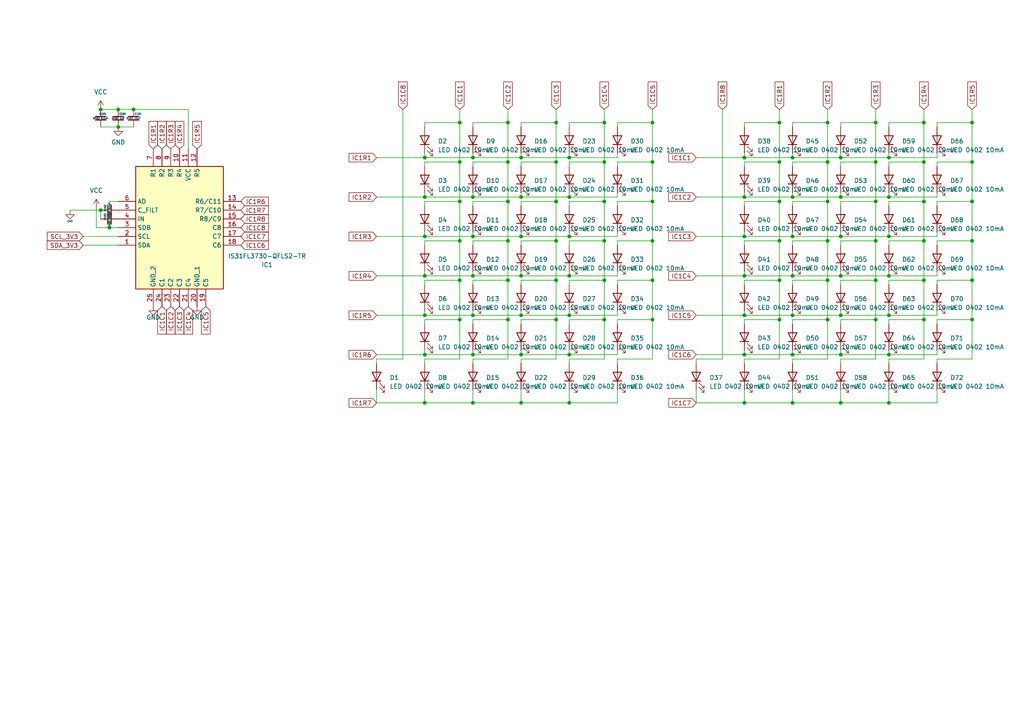
<source format=kicad_sch>
(kicad_sch (version 20231120) (generator "eeschema") (generator_version "8.0")
  (paper "A4")
  (junction (at 254 81.28))
  (junction (at 137.16 102.87))
  (junction (at 133.35 81.28))
  (junction (at 137.16 80.01))
  (junction (at 137.16 57.15))
  (junction (at 257.81 68.58))
  (junction (at 243.84 102.87))
  (junction (at 254 69.85))
  (junction (at 240.03 92.71))
  (junction (at 229.87 57.15))
  (junction (at 267.97 81.28))
  (junction (at 229.87 102.87))
  (junction (at 161.29 81.28))
  (junction (at 189.23 46.99))
  (junction (at 243.84 45.72))
  (junction (at 175.26 69.85))
  (junction (at 38.735 31.75))
  (junction (at 215.9 91.44))
  (junction (at 243.84 116.84))
  (junction (at 137.16 68.58))
  (junction (at 281.94 69.85))
  (junction (at 243.84 80.01))
  (junction (at 267.97 69.85))
  (junction (at 215.9 68.58))
  (junction (at 240.03 81.28))
  (junction (at 147.32 81.28))
  (junction (at 229.87 80.01))
  (junction (at 165.1 68.58))
  (junction (at 226.06 81.28))
  (junction (at 257.81 116.84))
  (junction (at 165.1 116.84))
  (junction (at 254 58.42))
  (junction (at 215.9 57.15))
  (junction (at 161.29 69.85))
  (junction (at 267.97 58.42))
  (junction (at 229.87 116.84))
  (junction (at 165.1 80.01))
  (junction (at 281.94 35.56))
  (junction (at 151.13 91.44))
  (junction (at 123.19 80.01))
  (junction (at 175.26 81.28))
  (junction (at 123.19 45.72))
  (junction (at 147.32 58.42))
  (junction (at 34.29 36.83))
  (junction (at 226.06 92.71))
  (junction (at 281.94 58.42))
  (junction (at 123.19 91.44))
  (junction (at 161.29 46.99))
  (junction (at 165.1 102.87))
  (junction (at 257.81 80.01))
  (junction (at 175.26 92.71))
  (junction (at 123.19 116.84))
  (junction (at 267.97 35.56))
  (junction (at 123.19 102.87))
  (junction (at 151.13 57.15))
  (junction (at 254 92.71))
  (junction (at 240.03 46.99))
  (junction (at 189.23 58.42))
  (junction (at 147.32 35.56))
  (junction (at 189.23 92.71))
  (junction (at 189.23 35.56))
  (junction (at 229.87 91.44))
  (junction (at 137.16 45.72))
  (junction (at 151.13 102.87))
  (junction (at 226.06 58.42))
  (junction (at 161.29 58.42))
  (junction (at 151.13 80.01))
  (junction (at 165.1 57.15))
  (junction (at 175.26 58.42))
  (junction (at 267.97 46.99))
  (junction (at 147.32 46.99))
  (junction (at 137.16 116.84))
  (junction (at 254 46.99))
  (junction (at 151.13 116.84))
  (junction (at 133.35 69.85))
  (junction (at 240.03 58.42))
  (junction (at 281.94 81.28))
  (junction (at 189.23 69.85))
  (junction (at 31.75 66.04))
  (junction (at 215.9 102.87))
  (junction (at 29.21 31.75))
  (junction (at 215.9 80.01))
  (junction (at 151.13 68.58))
  (junction (at 267.97 92.71))
  (junction (at 281.94 46.99))
  (junction (at 175.26 46.99))
  (junction (at 243.84 57.15))
  (junction (at 240.03 69.85))
  (junction (at 229.87 45.72))
  (junction (at 147.32 92.71))
  (junction (at 226.06 46.99))
  (junction (at 243.84 91.44))
  (junction (at 123.19 68.58))
  (junction (at 165.1 91.44))
  (junction (at 151.13 45.72))
  (junction (at 34.29 31.75))
  (junction (at 161.29 35.56))
  (junction (at 215.9 45.72))
  (junction (at 29.21 60.96))
  (junction (at 189.23 81.28))
  (junction (at 175.26 35.56))
  (junction (at 133.35 46.99))
  (junction (at 215.9 116.84))
  (junction (at 161.29 92.71))
  (junction (at 123.19 57.15))
  (junction (at 257.81 45.72))
  (junction (at 257.81 102.87))
  (junction (at 133.35 35.56))
  (junction (at 257.81 91.44))
  (junction (at 240.03 35.56))
  (junction (at 229.87 68.58))
  (junction (at 254 35.56))
  (junction (at 137.16 91.44))
  (junction (at 281.94 92.71))
  (junction (at 133.35 58.42))
  (junction (at 226.06 35.56))
  (junction (at 165.1 45.72))
  (junction (at 243.84 68.58))
  (junction (at 226.06 69.85))
  (junction (at 257.81 57.15))
  (junction (at 147.32 69.85))
  (junction (at 133.35 92.71))
  (wire (pts (xy 257.81 93.98) (xy 257.81 92.71)))
  (wire (pts (xy 215.9 35.56) (xy 226.06 35.56)))
  (wire (pts (xy 151.13 36.83) (xy 151.13 35.56)))
  (wire (pts (xy 123.19 55.88) (xy 123.19 57.15)))
  (wire (pts (xy 151.13 102.87) (xy 165.1 102.87)))
  (wire (pts (xy 215.9 68.58) (xy 229.87 68.58)))
  (wire (pts (xy 165.1 46.99) (xy 175.26 46.99)))
  (wire (pts (xy 271.78 58.42) (xy 281.94 58.42)))
  (wire (pts (xy 24.13 71.12) (xy 34.29 71.12)))
  (wire (pts (xy 123.19 46.99) (xy 133.35 46.99)))
  (wire (pts (xy 229.87 67.31) (xy 229.87 68.58)))
  (wire (pts (xy 151.13 101.6) (xy 151.13 102.87)))
  (wire (pts (xy 175.26 104.14) (xy 165.1 104.14)))
  (wire (pts (xy 123.19 82.55) (xy 123.19 81.28)))
  (wire (pts (xy 116.84 104.14) (xy 109.22 104.14)))
  (wire (pts (xy 229.87 69.85) (xy 240.03 69.85)))
  (wire (pts (xy 271.78 35.56) (xy 281.94 35.56)))
  (wire (pts (xy 229.87 101.6) (xy 229.87 102.87)))
  (wire (pts (xy 281.94 46.99) (xy 281.94 35.56)))
  (wire (pts (xy 271.78 91.44) (xy 271.78 90.17)))
  (wire (pts (xy 147.32 35.56) (xy 147.32 46.99)))
  (wire (pts (xy 240.03 58.42) (xy 240.03 69.85)))
  (wire (pts (xy 151.13 113.03) (xy 151.13 116.84)))
  (wire (pts (xy 175.26 31.75) (xy 175.26 35.56)))
  (wire (pts (xy 147.32 58.42) (xy 147.32 69.85)))
  (wire (pts (xy 271.78 104.14) (xy 271.78 105.41)))
  (wire (pts (xy 151.13 57.15) (xy 165.1 57.15)))
  (wire (pts (xy 240.03 35.56) (xy 240.03 46.99)))
  (wire (pts (xy 257.81 68.58) (xy 271.78 68.58)))
  (wire (pts (xy 267.97 35.56) (xy 267.97 46.99)))
  (wire (pts (xy 209.55 104.14) (xy 201.93 104.14)))
  (wire (pts (xy 165.1 104.14) (xy 165.1 105.41)))
  (wire (pts (xy 229.87 71.12) (xy 229.87 69.85)))
  (wire (pts (xy 201.93 102.87) (xy 215.9 102.87)))
  (wire (pts (xy 147.32 92.71) (xy 147.32 104.14)))
  (wire (pts (xy 161.29 81.28) (xy 161.29 92.71)))
  (wire (pts (xy 151.13 71.12) (xy 151.13 69.85)))
  (wire (pts (xy 165.1 90.17) (xy 165.1 91.44)))
  (wire (pts (xy 165.1 78.74) (xy 165.1 80.01)))
  (wire (pts (xy 215.9 82.55) (xy 215.9 81.28)))
  (wire (pts (xy 151.13 92.71) (xy 161.29 92.71)))
  (wire (pts (xy 109.22 68.58) (xy 123.19 68.58)))
  (wire (pts (xy 243.84 58.42) (xy 254 58.42)))
  (wire (pts (xy 137.16 58.42) (xy 147.32 58.42)))
  (wire (pts (xy 215.9 69.85) (xy 226.06 69.85)))
  (wire (pts (xy 257.81 57.15) (xy 271.78 57.15)))
  (wire (pts (xy 123.19 81.28) (xy 133.35 81.28)))
  (wire (pts (xy 271.78 48.26) (xy 271.78 46.99)))
  (wire (pts (xy 133.35 46.99) (xy 133.35 58.42)))
  (wire (pts (xy 123.19 57.15) (xy 137.16 57.15)))
  (wire (pts (xy 137.16 80.01) (xy 151.13 80.01)))
  (wire (pts (xy 271.78 102.87) (xy 271.78 101.6)))
  (wire (pts (xy 240.03 92.71) (xy 240.03 104.14)))
  (wire (pts (xy 54.61 43.18) (xy 54.61 31.75)))
  (wire (pts (xy 123.19 48.26) (xy 123.19 46.99)))
  (wire (pts (xy 257.81 36.83) (xy 257.81 35.56)))
  (wire (pts (xy 109.22 116.84) (xy 109.22 113.03)))
  (wire (pts (xy 161.29 31.75) (xy 161.29 35.56)))
  (wire (pts (xy 147.32 81.28) (xy 147.32 92.71)))
  (wire (pts (xy 109.22 80.01) (xy 123.19 80.01)))
  (wire (pts (xy 151.13 55.88) (xy 151.13 57.15)))
  (wire (pts (xy 27.94 66.04) (xy 31.75 66.04)))
  (wire (pts (xy 147.32 31.75) (xy 147.32 35.56)))
  (wire (pts (xy 165.1 57.15) (xy 179.07 57.15)))
  (wire (pts (xy 109.22 57.15) (xy 123.19 57.15)))
  (wire (pts (xy 179.07 71.12) (xy 179.07 69.85)))
  (wire (pts (xy 243.84 82.55) (xy 243.84 81.28)))
  (wire (pts (xy 123.19 104.14) (xy 123.19 105.41)))
  (wire (pts (xy 151.13 104.14) (xy 151.13 105.41)))
  (wire (pts (xy 267.97 104.14) (xy 257.81 104.14)))
  (wire (pts (xy 215.9 104.14) (xy 215.9 105.41)))
  (wire (pts (xy 179.07 69.85) (xy 189.23 69.85)))
  (wire (pts (xy 254 104.14) (xy 243.84 104.14)))
  (wire (pts (xy 175.26 35.56) (xy 175.26 46.99)))
  (wire (pts (xy 240.03 46.99) (xy 240.03 58.42)))
  (wire (pts (xy 123.19 44.45) (xy 123.19 45.72)))
  (wire (pts (xy 137.16 68.58) (xy 151.13 68.58)))
  (wire (pts (xy 175.26 81.28) (xy 175.26 92.71)))
  (wire (pts (xy 271.78 69.85) (xy 281.94 69.85)))
  (wire (pts (xy 281.94 58.42) (xy 281.94 46.99)))
  (wire (pts (xy 137.16 91.44) (xy 151.13 91.44)))
  (wire (pts (xy 281.94 104.14) (xy 281.94 92.71)))
  (wire (pts (xy 165.1 81.28) (xy 175.26 81.28)))
  (wire (pts (xy 229.87 48.26) (xy 229.87 46.99)))
  (wire (pts (xy 215.9 44.45) (xy 215.9 45.72)))
  (wire (pts (xy 133.35 69.85) (xy 133.35 81.28)))
  (wire (pts (xy 123.19 36.83) (xy 123.19 35.56)))
  (wire (pts (xy 257.81 48.26) (xy 257.81 46.99)))
  (wire (pts (xy 165.1 82.55) (xy 165.1 81.28)))
  (wire (pts (xy 189.23 46.99) (xy 189.23 35.56)))
  (wire (pts (xy 243.84 92.71) (xy 254 92.71)))
  (wire (pts (xy 257.81 44.45) (xy 257.81 45.72)))
  (wire (pts (xy 116.84 31.75) (xy 116.84 104.14)))
  (wire (pts (xy 179.07 80.01) (xy 179.07 78.74)))
  (wire (pts (xy 201.93 45.72) (xy 215.9 45.72)))
  (wire (pts (xy 281.94 92.71) (xy 281.94 81.28)))
  (wire (pts (xy 123.19 45.72) (xy 137.16 45.72)))
  (wire (pts (xy 243.84 113.03) (xy 243.84 116.84)))
  (wire (pts (xy 175.26 69.85) (xy 175.26 81.28)))
  (wire (pts (xy 281.94 35.56) (xy 281.94 31.75)))
  (wire (pts (xy 271.78 104.14) (xy 281.94 104.14)))
  (wire (pts (xy 243.84 57.15) (xy 257.81 57.15)))
  (wire (pts (xy 179.07 102.87) (xy 179.07 101.6)))
  (wire (pts (xy 215.9 67.31) (xy 215.9 68.58)))
  (wire (pts (xy 229.87 93.98) (xy 229.87 92.71)))
  (wire (pts (xy 123.19 92.71) (xy 133.35 92.71)))
  (wire (pts (xy 137.16 78.74) (xy 137.16 80.01)))
  (wire (pts (xy 137.16 44.45) (xy 137.16 45.72)))
  (wire (pts (xy 243.84 80.01) (xy 257.81 80.01)))
  (wire (pts (xy 257.81 116.84) (xy 271.78 116.84)))
  (wire (pts (xy 179.07 35.56) (xy 189.23 35.56)))
  (wire (pts (xy 257.81 46.99) (xy 267.97 46.99)))
  (wire (pts (xy 151.13 91.44) (xy 165.1 91.44)))
  (wire (pts (xy 179.07 48.26) (xy 179.07 46.99)))
  (wire (pts (xy 215.9 57.15) (xy 229.87 57.15)))
  (wire (pts (xy 109.22 91.44) (xy 123.19 91.44)))
  (wire (pts (xy 254 81.28) (xy 254 92.71)))
  (wire (pts (xy 123.19 116.84) (xy 137.16 116.84)))
  (wire (pts (xy 165.1 48.26) (xy 165.1 46.99)))
  (wire (pts (xy 229.87 78.74) (xy 229.87 80.01)))
  (wire (pts (xy 243.84 68.58) (xy 257.81 68.58)))
  (wire (pts (xy 257.81 90.17) (xy 257.81 91.44)))
  (wire (pts (xy 215.9 59.69) (xy 215.9 58.42)))
  (wire (pts (xy 201.93 80.01) (xy 215.9 80.01)))
  (wire (pts (xy 243.84 45.72) (xy 257.81 45.72)))
  (wire (pts (xy 137.16 45.72) (xy 151.13 45.72)))
  (wire (pts (xy 179.07 45.72) (xy 179.07 44.45)))
  (wire (pts (xy 137.16 46.99) (xy 147.32 46.99)))
  (wire (pts (xy 179.07 57.15) (xy 179.07 55.88)))
  (wire (pts (xy 243.84 81.28) (xy 254 81.28)))
  (wire (pts (xy 226.06 104.14) (xy 215.9 104.14)))
  (wire (pts (xy 226.06 46.99) (xy 226.06 58.42)))
  (wire (pts (xy 29.21 60.96) (xy 20.32 60.96)))
  (wire (pts (xy 229.87 90.17) (xy 229.87 91.44)))
  (wire (pts (xy 133.35 58.42) (xy 133.35 69.85)))
  (wire (pts (xy 271.78 80.01) (xy 271.78 78.74)))
  (wire (pts (xy 151.13 80.01) (xy 165.1 80.01)))
  (wire (pts (xy 151.13 48.26) (xy 151.13 46.99)))
  (wire (pts (xy 151.13 67.31) (xy 151.13 68.58)))
  (wire (pts (xy 215.9 91.44) (xy 229.87 91.44)))
  (wire (pts (xy 201.93 68.58) (xy 215.9 68.58)))
  (wire (pts (xy 175.26 46.99) (xy 175.26 58.42)))
  (wire (pts (xy 257.81 58.42) (xy 267.97 58.42)))
  (wire (pts (xy 257.81 69.85) (xy 267.97 69.85)))
  (wire (pts (xy 281.94 81.28) (xy 281.94 69.85)))
  (wire (pts (xy 109.22 102.87) (xy 123.19 102.87)))
  (wire (pts (xy 267.97 58.42) (xy 267.97 69.85)))
  (wire (pts (xy 123.19 91.44) (xy 137.16 91.44)))
  (wire (pts (xy 165.1 67.31) (xy 165.1 68.58)))
  (wire (pts (xy 254 31.75) (xy 254 35.56)))
  (wire (pts (xy 38.735 36.83) (xy 34.29 36.83)))
  (wire (pts (xy 229.87 104.14) (xy 229.87 105.41)))
  (wire (pts (xy 165.1 116.84) (xy 179.07 116.84)))
  (wire (pts (xy 243.84 93.98) (xy 243.84 92.71)))
  (wire (pts (xy 137.16 81.28) (xy 147.32 81.28)))
  (wire (pts (xy 226.06 81.28) (xy 226.06 92.71)))
  (wire (pts (xy 243.84 101.6) (xy 243.84 102.87)))
  (wire (pts (xy 179.07 46.99) (xy 189.23 46.99)))
  (wire (pts (xy 165.1 101.6) (xy 165.1 102.87)))
  (wire (pts (xy 267.97 69.85) (xy 267.97 81.28)))
  (wire (pts (xy 243.84 36.83) (xy 243.84 35.56)))
  (wire (pts (xy 165.1 36.83) (xy 165.1 35.56)))
  (wire (pts (xy 257.81 78.74) (xy 257.81 80.01)))
  (wire (pts (xy 201.93 116.84) (xy 201.93 113.03)))
  (wire (pts (xy 229.87 36.83) (xy 229.87 35.56)))
  (wire (pts (xy 123.19 67.31) (xy 123.19 68.58)))
  (wire (pts (xy 161.29 92.71) (xy 161.29 104.14)))
  (wire (pts (xy 267.97 46.99) (xy 267.97 58.42)))
  (wire (pts (xy 165.1 92.71) (xy 175.26 92.71)))
  (wire (pts (xy 267.97 31.75) (xy 267.97 35.56)))
  (wire (pts (xy 123.19 78.74) (xy 123.19 80.01)))
  (wire (pts (xy 209.55 31.75) (xy 209.55 104.14)))
  (wire (pts (xy 123.19 58.42) (xy 133.35 58.42)))
  (wire (pts (xy 151.13 81.28) (xy 161.29 81.28)))
  (wire (pts (xy 165.1 93.98) (xy 165.1 92.71)))
  (wire (pts (xy 161.29 104.14) (xy 151.13 104.14)))
  (wire (pts (xy 257.81 82.55) (xy 257.81 81.28)))
  (wire (pts (xy 267.97 81.28) (xy 267.97 92.71)))
  (wire (pts (xy 151.13 82.55) (xy 151.13 81.28)))
  (wire (pts (xy 257.81 80.01) (xy 271.78 80.01)))
  (wire (pts (xy 109.22 104.14) (xy 109.22 105.41)))
  (wire (pts (xy 271.78 71.12) (xy 271.78 69.85)))
  (wire (pts (xy 123.19 59.69) (xy 123.19 58.42)))
  (wire (pts (xy 161.29 69.85) (xy 161.29 81.28)))
  (wire (pts (xy 137.16 116.84) (xy 151.13 116.84)))
  (wire (pts (xy 123.19 69.85) (xy 133.35 69.85)))
  (wire (pts (xy 137.16 36.83) (xy 137.16 35.56)))
  (wire (pts (xy 165.1 91.44) (xy 179.07 91.44)))
  (wire (pts (xy 243.84 91.44) (xy 257.81 91.44)))
  (wire (pts (xy 243.84 90.17) (xy 243.84 91.44)))
  (wire (pts (xy 123.19 90.17) (xy 123.19 91.44)))
  (wire (pts (xy 123.19 93.98) (xy 123.19 92.71)))
  (wire (pts (xy 165.1 45.72) (xy 179.07 45.72)))
  (wire (pts (xy 240.03 69.85) (xy 240.03 81.28)))
  (wire (pts (xy 271.78 113.03) (xy 271.78 116.84)))
  (wire (pts (xy 137.16 55.88) (xy 137.16 57.15)))
  (wire (pts (xy 29.21 60.96) (xy 29.21 63.5)))
  (wire (pts (xy 254 35.56) (xy 254 46.99)))
  (wire (pts (xy 215.9 101.6) (xy 215.9 102.87)))
  (wire (pts (xy 240.03 81.28) (xy 240.03 92.71)))
  (wire (pts (xy 165.1 102.87) (xy 179.07 102.87)))
  (wire (pts (xy 271.78 46.99) (xy 281.94 46.99)))
  (wire (pts (xy 243.84 102.87) (xy 257.81 102.87)))
  (wire (pts (xy 243.84 35.56) (xy 254 35.56)))
  (wire (pts (xy 229.87 81.28) (xy 240.03 81.28)))
  (wire (pts (xy 229.87 91.44) (xy 243.84 91.44)))
  (wire (pts (xy 165.1 113.03) (xy 165.1 116.84)))
  (wire (pts (xy 243.84 59.69) (xy 243.84 58.42)))
  (wire (pts (xy 215.9 80.01) (xy 229.87 80.01)))
  (wire (pts (xy 243.84 55.88) (xy 243.84 57.15)))
  (wire (pts (xy 267.97 92.71) (xy 267.97 104.14)))
  (wire (pts (xy 240.03 104.14) (xy 229.87 104.14)))
  (wire (pts (xy 179.07 92.71) (xy 189.23 92.71)))
  (wire (pts (xy 29.21 31.75) (xy 34.29 31.75)))
  (wire (pts (xy 243.84 69.85) (xy 254 69.85)))
  (wire (pts (xy 215.9 92.71) (xy 226.06 92.71)))
  (wire (pts (xy 243.84 78.74) (xy 243.84 80.01)))
  (wire (pts (xy 133.35 104.14) (xy 123.19 104.14)))
  (wire (pts (xy 179.07 93.98) (xy 179.07 92.71)))
  (wire (pts (xy 243.84 46.99) (xy 254 46.99)))
  (wire (pts (xy 271.78 82.55) (xy 271.78 81.28)))
  (wire (pts (xy 271.78 45.72) (xy 271.78 44.45)))
  (wire (pts (xy 257.81 67.31) (xy 257.81 68.58)))
  (wire (pts (xy 271.78 92.71) (xy 281.94 92.71)))
  (wire (pts (xy 175.26 92.71) (xy 175.26 104.14)))
  (wire (pts (xy 27.94 60.325) (xy 27.94 66.04)))
  (wire (pts (xy 151.13 44.45) (xy 151.13 45.72)))
  (wire (pts (xy 281.94 69.85) (xy 281.94 58.42)))
  (wire (pts (xy 151.13 46.99) (xy 161.29 46.99)))
  (wire (pts (xy 257.81 113.03) (xy 257.81 116.84)))
  (wire (pts (xy 109.22 116.84) (xy 123.19 116.84)))
  (wire (pts (xy 137.16 69.85) (xy 147.32 69.85)))
  (wire (pts (xy 243.84 104.14) (xy 243.84 105.41)))
  (wire (pts (xy 165.1 58.42) (xy 175.26 58.42)))
  (wire (pts (xy 137.16 90.17) (xy 137.16 91.44)))
  (wire (pts (xy 189.23 69.85) (xy 189.23 58.42)))
  (wire (pts (xy 229.87 113.03) (xy 229.87 116.84)))
  (wire (pts (xy 189.23 81.28) (xy 189.23 69.85)))
  (wire (pts (xy 215.9 45.72) (xy 229.87 45.72)))
  (wire (pts (xy 229.87 116.84) (xy 243.84 116.84)))
  (wire (pts (xy 201.93 91.44) (xy 215.9 91.44)))
  (wire (pts (xy 254 69.85) (xy 254 81.28)))
  (wire (pts (xy 165.1 44.45) (xy 165.1 45.72)))
  (wire (pts (xy 161.29 35.56) (xy 161.29 46.99)))
  (wire (pts (xy 137.16 57.15) (xy 151.13 57.15)))
  (wire (pts (xy 189.23 92.71) (xy 189.23 81.28)))
  (wire (pts (xy 229.87 92.71) (xy 240.03 92.71)))
  (wire (pts (xy 179.07 36.83) (xy 179.07 35.56)))
  (wire (pts (xy 147.32 69.85) (xy 147.32 81.28)))
  (wire (pts (xy 151.13 93.98) (xy 151.13 92.71)))
  (wire (pts (xy 215.9 46.99) (xy 226.06 46.99)))
  (wire (pts (xy 151.13 68.58) (xy 165.1 68.58)))
  (wire (pts (xy 215.9 116.84) (xy 229.87 116.84)))
  (wire (pts (xy 34.29 36.83) (xy 29.21 36.83)))
  (wire (pts (xy 257.81 59.69) (xy 257.81 58.42)))
  (wire (pts (xy 243.84 116.84) (xy 257.81 116.84)))
  (wire (pts (xy 189.23 35.56) (xy 189.23 31.75)))
  (wire (pts (xy 226.06 92.71) (xy 226.06 104.14)))
  (wire (pts (xy 31.75 66.04) (xy 34.29 66.04)))
  (wire (pts (xy 201.93 116.84) (xy 215.9 116.84)))
  (wire (pts (xy 257.81 102.87) (xy 271.78 102.87)))
  (wire (pts (xy 151.13 69.85) (xy 161.29 69.85)))
  (wire (pts (xy 165.1 69.85) (xy 175.26 69.85)))
  (wire (pts (xy 137.16 71.12) (xy 137.16 69.85)))
  (wire (pts (xy 137.16 48.26) (xy 137.16 46.99)))
  (wire (pts (xy 123.19 71.12) (xy 123.19 69.85)))
  (wire (pts (xy 271.78 59.69) (xy 271.78 58.42)))
  (wire (pts (xy 133.35 81.28) (xy 133.35 92.71)))
  (wire (pts (xy 133.35 31.75) (xy 133.35 35.56)))
  (wire (pts (xy 137.16 35.56) (xy 147.32 35.56)))
  (wire (pts (xy 215.9 58.42) (xy 226.06 58.42)))
  (wire (pts (xy 24.13 68.58) (xy 34.29 68.58)))
  (wire (pts (xy 243.84 48.26) (xy 243.84 46.99)))
  (wire (pts (xy 243.84 44.45) (xy 243.84 45.72)))
  (wire (pts (xy 215.9 113.03) (xy 215.9 116.84)))
  (wire (pts (xy 257.81 101.6) (xy 257.81 102.87)))
  (wire (pts (xy 179.07 113.03) (xy 179.07 116.84)))
  (wire (pts (xy 151.13 35.56) (xy 161.29 35.56)))
  (wire (pts (xy 151.13 59.69) (xy 151.13 58.42)))
  (wire (pts (xy 257.81 35.56) (xy 267.97 35.56)))
  (wire (pts (xy 229.87 102.87) (xy 243.84 102.87)))
  (wire (pts (xy 215.9 93.98) (xy 215.9 92.71)))
  (wire (pts (xy 151.13 116.84) (xy 165.1 116.84)))
  (wire (pts (xy 257.81 55.88) (xy 257.81 57.15)))
  (wire (pts (xy 137.16 113.03) (xy 137.16 116.84)))
  (wire (pts (xy 215.9 78.74) (xy 215.9 80.01)))
  (wire (pts (xy 229.87 80.01) (xy 243.84 80.01)))
  (wire (pts (xy 151.13 45.72) (xy 165.1 45.72)))
  (wire (pts (xy 161.29 58.42) (xy 161.29 69.85)))
  (wire (pts (xy 226.06 69.85) (xy 226.06 81.28)))
  (wire (pts (xy 179.07 68.58) (xy 179.07 67.31)))
  (wire (pts (xy 123.19 68.58) (xy 137.16 68.58)))
  (wire (pts (xy 226.06 35.56) (xy 226.06 46.99)))
  (wire (pts (xy 271.78 93.98) (xy 271.78 92.71)))
  (wire (pts (xy 147.32 46.99) (xy 147.32 58.42)))
  (wire (pts (xy 189.23 58.42) (xy 189.23 46.99)))
  (wire (pts (xy 137.16 102.87) (xy 151.13 102.87)))
  (wire (pts (xy 229.87 46.99) (xy 240.03 46.99)))
  (wire (pts (xy 240.03 31.75) (xy 240.03 35.56)))
  (wire (pts (xy 257.81 104.14) (xy 257.81 105.41)))
  (wire (pts (xy 109.22 45.72) (xy 123.19 45.72)))
  (wire (pts (xy 123.19 101.6) (xy 123.19 102.87)))
  (wire (pts (xy 179.07 58.42) (xy 189.23 58.42)))
  (wire (pts (xy 215.9 36.83) (xy 215.9 35.56)))
  (wire (pts (xy 175.26 58.42) (xy 175.26 69.85)))
  (wire (pts (xy 151.13 58.42) (xy 161.29 58.42)))
  (wire (pts (xy 133.35 35.56) (xy 133.35 46.99)))
  (wire (pts (xy 151.13 78.74) (xy 151.13 80.01)))
  (wire (pts (xy 179.07 59.69) (xy 179.07 58.42)))
  (wire (pts (xy 229.87 58.42) (xy 240.03 58.42)))
  (wire (pts (xy 257.81 92.71) (xy 267.97 92.71)))
  (wire (pts (xy 179.07 82.55) (xy 179.07 81.28)))
  (wire (pts (xy 123.19 35.56) (xy 133.35 35.56)))
  (wire (pts (xy 123.19 113.03) (xy 123.19 116.84)))
  (wire (pts (xy 215.9 48.26) (xy 215.9 46.99)))
  (wire (pts (xy 201.93 57.15) (xy 215.9 57.15)))
  (wire (pts (xy 257.81 45.72) (xy 271.78 45.72)))
  (wire (pts (xy 229.87 57.15) (xy 243.84 57.15)))
  (wire (pts (xy 179.07 81.28) (xy 189.23 81.28)))
  (wire (pts (xy 165.1 55.88) (xy 165.1 57.15)))
  (wire (pts (xy 229.87 55.88) (xy 229.87 57.15)))
  (wire (pts (xy 229.87 59.69) (xy 229.87 58.42)))
  (wire (pts (xy 257.81 81.28) (xy 267.97 81.28)))
  (wire (pts (xy 243.84 71.12) (xy 243.84 69.85)))
  (wire (pts (xy 215.9 71.12) (xy 215.9 69.85)))
  (wire (pts (xy 179.07 91.44) (xy 179.07 90.17)))
  (wire (pts (xy 271.78 68.58) (xy 271.78 67.31)))
  (wire (pts (xy 165.1 71.12) (xy 165.1 69.85)))
  (wire (pts (xy 189.23 104.14) (xy 189.23 92.71)))
  (wire (pts (xy 123.19 80.01) (xy 137.16 80.01)))
  (wire (pts (xy 226.06 31.75) (xy 226.06 35.56)))
  (wire (pts (xy 229.87 45.72) (xy 243.84 45.72)))
  (wire (pts (xy 215.9 90.17) (xy 215.9 91.44)))
  (wire (pts (xy 215.9 55.88) (xy 215.9 57.15)))
  (wire (pts (xy 271.78 81.28) (xy 281.94 81.28)))
  (wire (pts (xy 243.84 67.31) (xy 243.84 68.58)))
  (wire (pts (xy 137.16 92.71) (xy 147.32 92.71)))
  (wire (pts (xy 215.9 102.87) (xy 229.87 102.87)))
  (wire (pts (xy 34.29 58.42) (xy 31.75 58.42)))
  (wire (pts (xy 271.78 57.15) (xy 271.78 55.88)))
  (wire (pts (xy 31.75 58.42) (xy 31.75 66.04)))
  (wire (pts (xy 38.735 31.75) (xy 34.29 31.75)))
  (wire (pts (xy 226.06 58.42) (xy 226.06 69.85)))
  (wire (pts (xy 254 92.71) (xy 254 104.14)))
  (wire (pts (xy 179.07 104.14) (xy 189.23 104.14)))
  (wire (pts (xy 229.87 68.58) (xy 243.84 68.58)))
  (wire (pts (xy 151.13 90.17) (xy 151.13 91.44)))
  (wire (pts (xy 137.16 67.31) (xy 137.16 68.58)))
  (wire (pts (xy 257.81 91.44) (xy 271.78 91.44)))
  (wire (pts (xy 254 58.42) (xy 254 69.85)))
  (wire (pts (xy 137.16 104.14) (xy 137.16 105.41)))
  (wire (pts (xy 271.78 36.83) (xy 271.78 35.56)))
  (wire (pts (xy 229.87 44.45) (xy 229.87 45.72)))
  (wire (pts (xy 215.9 81.28) (xy 226.06 81.28)))
  (wire (pts (xy 229.87 35.56) (xy 240.03 35.56)))
  (wire (pts (xy 147.32 104.14) (xy 137.16 104.14)))
  (wire (pts (xy 38.735 31.75) (xy 54.61 31.75)))
  (wire (pts (xy 137.16 101.6) (xy 137.16 102.87)))
  (wire (pts (xy 165.1 80.01) (xy 179.07 80.01)))
  (wire (pts (xy 229.87 82.55) (xy 229.87 81.28)))
  (wire (pts (xy 137.16 59.69) (xy 137.16 58.42)))
  (wire (pts (xy 165.1 68.58) (xy 179.07 68.58)))
  (wire (pts (xy 137.16 93.98) (xy 137.16 92.71)))
  (wire (pts (xy 254 46.99) (xy 254 58.42)))
  (wire (pts (xy 161.29 46.99) (xy 161.29 58.42)))
  (wire (pts (xy 165.1 35.56) (xy 175.26 35.56)))
  (wire (pts (xy 137.16 82.55) (xy 137.16 81.28)))
  (wire (pts (xy 257.81 71.12) (xy 257.81 69.85)))
  (wire (pts (xy 165.1 59.69) (xy 165.1 58.42)))
  (wire (pts (xy 123.19 102.87) (xy 137.16 102.87)))
  (wire (pts (xy 201.93 104.14) (xy 201.93 105.41)))
  (wire (pts (xy 133.35 92.71) (xy 133.35 104.14)))
  (wire (pts (xy 179.07 104.14) (xy 179.07 105.41)))
  (global_label "IC1R6" (shape input) (at 109.22 102.87 180) (property "Intersheetrefs" "${INTERSHEET_REFS}" (effects (hide yes))))
  (global_label "IC1C3" (shape input) (at 161.29 31.75 90) (property "Intersheetrefs" "${INTERSHEET_REFS}" (effects (hide yes))))
  (global_label "IC1R3" (shape input) (at 254 31.75 90) (property "Intersheetrefs" "${INTERSHEET_REFS}" (effects (hide yes))))
  (global_label "IC1C8" (shape input) (at 116.84 31.75 90) (property "Intersheetrefs" "${INTERSHEET_REFS}" (effects (hide yes))))
  (global_label "IC1C6" (shape input) (at 69.85 71.12 0) (property "Intersheetrefs" "${INTERSHEET_REFS}" (effects (hide yes))))
  (global_label "IC1C4" (shape input) (at 175.26 31.75 90) (property "Intersheetrefs" "${INTERSHEET_REFS}" (effects (hide yes))))
  (global_label "IC1R3" (shape input) (at 109.22 68.58 180) (property "Intersheetrefs" "${INTERSHEET_REFS}" (effects (hide yes))))
  (global_label "IC1C7" (shape input) (at 201.93 116.84 180) (property "Intersheetrefs" "${INTERSHEET_REFS}" (effects (hide yes))))
  (global_label "IC1C5" (shape input) (at 201.93 91.44 180) (property "Intersheetrefs" "${INTERSHEET_REFS}" (effects (hide yes))))
  (global_label "IC1C3" (shape input) (at 201.93 68.58 180) (property "Intersheetrefs" "${INTERSHEET_REFS}" (effects (hide yes))))
  (global_label "IC1R4" (shape input) (at 267.97 31.75 90) (property "Intersheetrefs" "${INTERSHEET_REFS}" (effects (hide yes))))
  (global_label "IC1R5" (shape input) (at 109.22 91.44 180) (property "Intersheetrefs" "${INTERSHEET_REFS}" (effects (hide yes))))
  (global_label "SCL_3V3" (shape input) (at 24.13 68.58 180) (property "Intersheetrefs" "${INTERSHEET_REFS}" (effects (hide yes))))
  (global_label "IC1R1" (shape input) (at 109.22 45.72 180) (property "Intersheetrefs" "${INTERSHEET_REFS}" (effects (hide yes))))
  (global_label "IC1C2" (shape input) (at 201.93 57.15 180) (property "Intersheetrefs" "${INTERSHEET_REFS}" (effects (hide yes))))
  (global_label "IC1R1" (shape input) (at 44.45 43.18 90) (property "Intersheetrefs" "${INTERSHEET_REFS}" (effects (hide yes))))
  (global_label "IC1C5" (shape input) (at 189.23 31.75 90) (property "Intersheetrefs" "${INTERSHEET_REFS}" (effects (hide yes))))
  (global_label "IC1C1" (shape input) (at 46.99 88.9 270) (property "Intersheetrefs" "${INTERSHEET_REFS}" (effects (hide yes))))
  (global_label "IC1C5" (shape input) (at 59.69 88.9 270) (property "Intersheetrefs" "${INTERSHEET_REFS}" (effects (hide yes))))
  (global_label "IC1R5" (shape input) (at 281.94 31.75 90) (property "Intersheetrefs" "${INTERSHEET_REFS}" (effects (hide yes))))
  (global_label "IC1R7" (shape input) (at 69.85 60.96 0) (property "Intersheetrefs" "${INTERSHEET_REFS}" (effects (hide yes))))
  (global_label "IC1R8" (shape input) (at 69.85 63.5 0) (property "Intersheetrefs" "${INTERSHEET_REFS}" (effects (hide yes))))
  (global_label "IC1R6" (shape input) (at 69.85 58.42 0) (property "Intersheetrefs" "${INTERSHEET_REFS}" (effects (hide yes))))
  (global_label "IC1R4" (shape input) (at 52.07 43.18 90) (property "Intersheetrefs" "${INTERSHEET_REFS}" (effects (hide yes))))
  (global_label "SDA_3V3" (shape input) (at 24.13 71.12 180) (property "Intersheetrefs" "${INTERSHEET_REFS}" (effects (hide yes))))
  (global_label "IC1R8" (shape input) (at 209.55 31.75 90) (property "Intersheetrefs" "${INTERSHEET_REFS}" (effects (hide yes))))
  (global_label "IC1C6" (shape input) (at 201.93 102.87 180) (property "Intersheetrefs" "${INTERSHEET_REFS}" (effects (hide yes))))
  (global_label "IC1C3" (shape input) (at 52.07 88.9 270) (property "Intersheetrefs" "${INTERSHEET_REFS}" (effects (hide yes))))
  (global_label "IC1C2" (shape input) (at 147.32 31.75 90) (property "Intersheetrefs" "${INTERSHEET_REFS}" (effects (hide yes))))
  (global_label "IC1R2" (shape input) (at 109.22 57.15 180) (property "Intersheetrefs" "${INTERSHEET_REFS}" (effects (hide yes))))
  (global_label "IC1C7" (shape input) (at 69.85 68.58 0) (property "Intersheetrefs" "${INTERSHEET_REFS}" (effects (hide yes))))
  (global_label "IC1C8" (shape input) (at 69.85 66.04 0) (property "Intersheetrefs" "${INTERSHEET_REFS}" (effects (hide yes))))
  (global_label "IC1C4" (shape input) (at 54.61 88.9 270) (property "Intersheetrefs" "${INTERSHEET_REFS}" (effects (hide yes))))
  (global_label "IC1C1" (shape input) (at 133.35 31.75 90) (property "Intersheetrefs" "${INTERSHEET_REFS}" (effects (hide yes))))
  (global_label "IC1R1" (shape input) (at 226.06 31.75 90) (property "Intersheetrefs" "${INTERSHEET_REFS}" (effects (hide yes))))
  (global_label "IC1R4" (shape input) (at 109.22 80.01 180) (property "Intersheetrefs" "${INTERSHEET_REFS}" (effects (hide yes))))
  (global_label "IC1R3" (shape input) (at 49.53 43.18 90) (property "Intersheetrefs" "${INTERSHEET_REFS}" (effects (hide yes))))
  (global_label "IC1C1" (shape input) (at 201.93 45.72 180) (property "Intersheetrefs" "${INTERSHEET_REFS}" (effects (hide yes))))
  (global_label "IC1R2" (shape input) (at 46.99 43.18 90) (property "Intersheetrefs" "${INTERSHEET_REFS}" (effects (hide yes))))
  (global_label "IC1R2" (shape input) (at 240.03 31.75 90) (property "Intersheetrefs" "${INTERSHEET_REFS}" (effects (hide yes))))
  (global_label "IC1C2" (shape input) (at 49.53 88.9 270) (property "Intersheetrefs" "${INTERSHEET_REFS}" (effects (hide yes))))
  (global_label "IC1R7" (shape input) (at 109.22 116.84 180) (property "Intersheetrefs" "${INTERSHEET_REFS}" (effects (hide yes))))
  (global_label "IC1R5" (shape input) (at 57.15 43.18 90) (property "Intersheetrefs" "${INTERSHEET_REFS}" (effects (hide yes))))
  (global_label "IC1C4" (shape input) (at 201.93 80.01 180) (property "Intersheetrefs" "${INTERSHEET_REFS}" (effects (hide yes))))
  (symbol (lib_id "Device:LED") (at 137.16 109.22 90) (unit 1)
    (property "Reference" "D15" (at 140.97 109.5375 90) (effects (justify right)))
    (property "Value" "LED 0402 10mA" (at 140.97 112.0775 90) (effects (justify right)))
    (property "Footprint" "LED_SMD:LED_0402_1005Metric" (effects (hide yes)))
  )
  (symbol (lib_id "Device:LED") (at 179.07 74.93 90) (unit 1)
    (property "Reference" "D33" (at 182.88 75.2475 90) (effects (justify right)))
    (property "Value" "LED 0402 10mA" (at 182.88 77.7875 90) (effects (justify right)))
    (property "Footprint" "LED_SMD:LED_0402_1005Metric" (effects (hide yes)))
  )
  (symbol (lib_id "Device:LED") (at 243.84 74.93 90) (unit 1)
    (property "Reference" "D55" (at 247.65 75.2475 90) (effects (justify right)))
    (property "Value" "LED 0402 10mA" (at 247.65 77.7875 90) (effects (justify right)))
    (property "Footprint" "LED_SMD:LED_0402_1005Metric" (effects (hide yes)))
  )
  (symbol (lib_id "power:GND") (at 57.15 88.9 0) (mirror y) (unit 1)
    (property "Reference" "#PWR09" (effects (hide yes)))
    (property "Value" "GND" (at 57.15 92.075 0))
  )
  (symbol (lib_id "Device:LED") (at 165.1 63.5 90) (unit 1)
    (property "Reference" "D25" (at 168.91 63.8175 90) (effects (justify right)))
    (property "Value" "LED 0402 10mA" (at 168.91 66.3575 90) (effects (justify right)))
    (property "Footprint" "LED_SMD:LED_0402_1005Metric" (effects (hide yes)))
  )
  (symbol (lib_id "Device:LED") (at 151.13 97.79 90) (unit 1)
    (property "Reference" "D21" (at 154.94 98.1075 90) (effects (justify right)))
    (property "Value" "LED 0402 10mA" (at 154.94 100.6475 90) (effects (justify right)))
    (property "Footprint" "LED_SMD:LED_0402_1005Metric" (effects (hide yes)))
  )
  (symbol (lib_id "Device:LED") (at 243.84 109.22 90) (unit 1)
    (property "Reference" "D58" (at 247.65 109.5375 90) (effects (justify right)))
    (property "Value" "LED 0402 10mA" (at 247.65 112.0775 90) (effects (justify right)))
    (property "Footprint" "LED_SMD:LED_0402_1005Metric" (effects (hide yes)))
  )
  (symbol (lib_id "Device:LED") (at 165.1 86.36 90) (unit 1)
    (property "Reference" "D27" (at 168.91 86.6775 90) (effects (justify right)))
    (property "Value" "LED 0402 10mA" (at 168.91 89.2175 90) (effects (justify right)))
    (property "Footprint" "LED_SMD:LED_0402_1005Metric" (effects (hide yes)))
  )
  (symbol (lib_id "Device:LED") (at 151.13 63.5 90) (unit 1)
    (property "Reference" "D18" (at 154.94 63.8175 90) (effects (justify right)))
    (property "Value" "LED 0402 10mA" (at 154.94 66.3575 90) (effects (justify right)))
    (property "Footprint" "LED_SMD:LED_0402_1005Metric" (effects (hide yes)))
  )
  (symbol (lib_id "Device:LED") (at 109.22 109.22 90) (unit 1)
    (property "Reference" "D1" (at 113.03 109.5375 90) (effects (justify right)))
    (property "Value" "LED 0402 10mA" (at 113.03 112.0775 90) (effects (justify right)))
    (property "Footprint" "LED_SMD:LED_0402_1005Metric" (effects (hide yes)))
  )
  (symbol (lib_id "Device:LED") (at 179.07 52.07 90) (unit 1)
    (property "Reference" "D31" (at 182.88 52.3875 90) (effects (justify right)))
    (property "Value" "LED 0402 10mA" (at 182.88 54.9275 90) (effects (justify right)))
    (property "Footprint" "LED_SMD:LED_0402_1005Metric" (effects (hide yes)))
  )
  (symbol (lib_id "power:GND") (at 20.32 60.96 0) (unit 1)
    (property "Reference" "#PWR03" (effects (hide yes)))
    (property "Value" "GND" (at 20.32 64.135 0) (effects (font (size 0.5 0.5))))
  )
  (symbol (lib_id "Device:LED") (at 151.13 40.64 90) (unit 1)
    (property "Reference" "D16" (at 154.94 40.9575 90) (effects (justify right)))
    (property "Value" "LED 0402 10mA" (at 154.94 43.4975 90) (effects (justify right)))
    (property "Footprint" "LED_SMD:LED_0402_1005Metric" (effects (hide yes)))
  )
  (symbol (lib_id "Device:LED") (at 137.16 52.07 90) (unit 1)
    (property "Reference" "D10" (at 140.97 52.3875 90) (effects (justify right)))
    (property "Value" "LED 0402 10mA" (at 140.97 54.9275 90) (effects (justify right)))
    (property "Footprint" "LED_SMD:LED_0402_1005Metric" (effects (hide yes)))
  )
  (symbol (lib_id "Device:LED") (at 179.07 97.79 90) (unit 1)
    (property "Reference" "D35" (at 182.88 98.1075 90) (effects (justify right)))
    (property "Value" "LED 0402 10mA" (at 182.88 100.6475 90) (effects (justify right)))
    (property "Footprint" "LED_SMD:LED_0402_1005Metric" (effects (hide yes)))
  )
  (symbol (lib_id "Device:LED") (at 179.07 86.36 90) (unit 1)
    (property "Reference" "D34" (at 182.88 86.6775 90) (effects (justify right)))
    (property "Value" "LED 0402 10mA" (at 182.88 89.2175 90) (effects (justify right)))
    (property "Footprint" "LED_SMD:LED_0402_1005Metric" (effects (hide yes)))
  )
  (symbol (lib_id "Device:LED") (at 229.87 74.93 90) (unit 1)
    (property "Reference" "D48" (at 233.68 75.2475 90) (effects (justify right)))
    (property "Value" "LED 0402 10mA" (at 233.68 77.7875 90) (effects (justify right)))
    (property "Footprint" "LED_SMD:LED_0402_1005Metric" (effects (hide yes)))
  )
  (symbol (lib_id "Device:LED") (at 215.9 86.36 90) (unit 1)
    (property "Reference" "D42" (at 219.71 86.6775 90) (effects (justify right)))
    (property "Value" "LED 0402 10mA" (at 219.71 89.2175 90) (effects (justify right)))
    (property "Footprint" "LED_SMD:LED_0402_1005Metric" (effects (hide yes)))
  )
  (symbol (lib_id "Device:LED") (at 151.13 74.93 90) (unit 1)
    (property "Reference" "D19" (at 154.94 75.2475 90) (effects (justify right)))
    (property "Value" "LED 0402 10mA" (at 154.94 77.7875 90) (effects (justify right)))
    (property "Footprint" "LED_SMD:LED_0402_1005Metric" (effects (hide yes)))
  )
  (symbol (lib_id "Device:LED") (at 123.19 52.07 90) (unit 1)
    (property "Reference" "D3" (at 127 52.3875 90) (effects (justify right)))
    (property "Value" "LED 0402 10mA" (at 127 54.9275 90) (effects (justify right)))
    (property "Footprint" "LED_SMD:LED_0402_1005Metric" (effects (hide yes)))
  )
  (symbol (lib_id "Device:LED") (at 271.78 109.22 90) (unit 1)
    (property "Reference" "D72" (at 275.59 109.5375 90) (effects (justify right)))
    (property "Value" "LED 0402 10mA" (at 275.59 112.0775 90) (effects (justify right)))
    (property "Footprint" "LED_SMD:LED_0402_1005Metric" (effects (hide yes)))
  )
  (symbol (lib_id "Device:LED") (at 257.81 109.22 90) (unit 1)
    (property "Reference" "D65" (at 261.62 109.5375 90) (effects (justify right)))
    (property "Value" "LED 0402 10mA" (at 261.62 112.0775 90) (effects (justify right)))
    (property "Footprint" "LED_SMD:LED_0402_1005Metric" (effects (hide yes)))
  )
  (symbol (lib_id "Device:LED") (at 215.9 109.22 90) (unit 1)
    (property "Reference" "D44" (at 219.71 109.5375 90) (effects (justify right)))
    (property "Value" "LED 0402 10mA" (at 219.71 112.0775 90) (effects (justify right)))
    (property "Footprint" "LED_SMD:LED_0402_1005Metric" (effects (hide yes)))
  )
  (symbol (lib_id "Device:LED") (at 165.1 74.93 90) (unit 1)
    (property "Reference" "D26" (at 168.91 75.2475 90) (effects (justify right)))
    (property "Value" "LED 0402 10mA" (at 168.91 77.7875 90) (effects (justify right)))
    (property "Footprint" "LED_SMD:LED_0402_1005Metric" (effects (hide yes)))
  )
  (symbol (lib_id "Device:LED") (at 257.81 63.5 90) (unit 1)
    (property "Reference" "D61" (at 261.62 63.8175 90) (effects (justify right)))
    (property "Value" "LED 0402 10mA" (at 261.62 66.3575 90) (effects (justify right)))
    (property "Footprint" "LED_SMD:LED_0402_1005Metric" (effects (hide yes)))
  )
  (symbol (lib_id "Device:LED") (at 215.9 52.07 90) (unit 1)
    (property "Reference" "D39" (at 219.71 52.3875 90) (effects (justify right)))
    (property "Value" "LED 0402 10mA" (at 219.71 54.9275 90) (effects (justify right)))
    (property "Footprint" "LED_SMD:LED_0402_1005Metric" (effects (hide yes)))
  )
  (symbol (lib_id "Device:LED") (at 165.1 109.22 90) (unit 1)
    (property "Reference" "D29" (at 168.91 109.5375 90) (effects (justify right)))
    (property "Value" "LED 0402 10mA" (at 168.91 112.0775 90) (effects (justify right)))
    (property "Footprint" "LED_SMD:LED_0402_1005Metric" (effects (hide yes)))
  )
  (symbol (lib_id "Device:LED") (at 165.1 40.64 90) (unit 1)
    (property "Reference" "D23" (at 168.91 40.9575 90) (effects (justify right)))
    (property "Value" "LED 0402 10mA" (at 168.91 43.4975 90) (effects (justify right)))
    (property "Footprint" "LED_SMD:LED_0402_1005Metric" (effects (hide yes)))
  )
  (symbol (lib_id "Device:LED") (at 271.78 63.5 90) (unit 1)
    (property "Reference" "D68" (at 275.59 63.8175 90) (effects (justify right)))
    (property "Value" "LED 0402 10mA" (at 275.59 66.3575 90) (effects (justify right)))
    (property "Footprint" "LED_SMD:LED_0402_1005Metric" (effects (hide yes)))
  )
  (symbol (lib_id "Device:C_Small") (at 34.29 34.29 0) (unit 1)
    (property "Reference" "C104" (at 35.56 33.02 0) (effects (font (size 0.5 0.5))))
    (property "Value" "0402 1uF" (at 34.29 34.29 0) (effects (font (size 0.5 0.5))))
    (property "Footprint" "Capacitor_SMD:C_0402_1005Metric" (effects (hide yes)))
  )
  (symbol (lib_id "Device:LED") (at 243.84 40.64 90) (unit 1)
    (property "Reference" "D52" (at 247.65 40.9575 90) (effects (justify right)))
    (property "Value" "LED 0402 10mA" (at 247.65 43.4975 90) (effects (justify right)))
    (property "Footprint" "LED_SMD:LED_0402_1005Metric" (effects (hide yes)))
  )
  (symbol (lib_id "Device:LED") (at 229.87 52.07 90) (unit 1)
    (property "Reference" "D46" (at 233.68 52.3875 90) (effects (justify right)))
    (property "Value" "LED 0402 10mA" (at 233.68 54.9275 90) (effects (justify right)))
    (property "Footprint" "LED_SMD:LED_0402_1005Metric" (effects (hide yes)))
  )
  (symbol (lib_id "Device:LED") (at 123.19 63.5 90) (unit 1)
    (property "Reference" "D4" (at 127 63.8175 90) (effects (justify right)))
    (property "Value" "LED 0402 10mA" (at 127 66.3575 90) (effects (justify right)))
    (property "Footprint" "LED_SMD:LED_0402_1005Metric" (effects (hide yes)))
  )
  (symbol (lib_id "Device:LED") (at 257.81 40.64 90) (unit 1)
    (property "Reference" "D59" (at 261.62 40.9575 90) (effects (justify right)))
    (property "Value" "LED 0402 10mA" (at 261.62 43.4975 90) (effects (justify right)))
    (property "Footprint" "LED_SMD:LED_0402_1005Metric" (effects (hide yes)))
  )
  (symbol (lib_id "Device:LED") (at 243.84 52.07 90) (unit 1)
    (property "Reference" "D53" (at 247.65 52.3875 90) (effects (justify right)))
    (property "Value" "LED 0402 10mA" (at 247.65 54.9275 90) (effects (justify right)))
    (property "Footprint" "LED_SMD:LED_0402_1005Metric" (effects (hide yes)))
  )
  (symbol (lib_id "Device:LED") (at 271.78 40.64 90) (unit 1)
    (property "Reference" "D66" (at 275.59 40.9575 90) (effects (justify right)))
    (property "Value" "LED 0402 10mA" (at 275.59 43.4975 90) (effects (justify right)))
    (property "Footprint" "LED_SMD:LED_0402_1005Metric" (effects (hide yes)))
  )
  (symbol (lib_id "Device:LED") (at 137.16 97.79 90) (unit 1)
    (property "Reference" "D14" (at 140.97 98.1075 90) (effects (justify right)))
    (property "Value" "LED 0402 10mA" (at 140.97 100.6475 90) (effects (justify right)))
    (property "Footprint" "LED_SMD:LED_0402_1005Metric" (effects (hide yes)))
  )
  (symbol (lib_id "Device:LED") (at 257.81 74.93 90) (unit 1)
    (property "Reference" "D62" (at 261.62 75.2475 90) (effects (justify right)))
    (property "Value" "LED 0402 10mA" (at 261.62 77.7875 90) (effects (justify right)))
    (property "Footprint" "LED_SMD:LED_0402_1005Metric" (effects (hide yes)))
  )
  (symbol (lib_id "Device:LED") (at 179.07 109.22 90) (unit 1)
    (property "Reference" "D36" (at 182.88 109.5375 90) (effects (justify right)))
    (property "Value" "LED 0402 10mA" (at 182.88 112.0775 90) (effects (justify right)))
    (property "Footprint" "LED_SMD:LED_0402_1005Metric" (effects (hide yes)))
  )
  (symbol (lib_id "Device:LED") (at 137.16 63.5 90) (unit 1)
    (property "Reference" "D11" (at 140.97 63.8175 90) (effects (justify right)))
    (property "Value" "LED 0402 10mA" (at 140.97 66.3575 90) (effects (justify right)))
    (property "Footprint" "LED_SMD:LED_0402_1005Metric" (effects (hide yes)))
  )
  (symbol (lib_id "Device:LED") (at 123.19 97.79 90) (unit 1)
    (property "Reference" "D7" (at 127 98.1075 90) (effects (justify right)))
    (property "Value" "LED 0402 10mA" (at 127 100.6475 90) (effects (justify right)))
    (property "Footprint" "LED_SMD:LED_0402_1005Metric" (effects (hide yes)))
  )
  (symbol (lib_id "Device:LED") (at 123.19 109.22 90) (unit 1)
    (property "Reference" "D8" (at 127 109.5375 90) (effects (justify right)))
    (property "Value" "LED 0402 10mA" (at 127 112.0775 90) (effects (justify right)))
    (property "Footprint" "LED_SMD:LED_0402_1005Metric" (effects (hide yes)))
  )
  (symbol (lib_id "Device:LED") (at 271.78 86.36 90) (unit 1)
    (property "Reference" "D70" (at 275.59 86.6775 90) (effects (justify right)))
    (property "Value" "LED 0402 10mA" (at 275.59 89.2175 90) (effects (justify right)))
    (property "Footprint" "LED_SMD:LED_0402_1005Metric" (effects (hide yes)))
  )
  (symbol (lib_id "Device:LED") (at 179.07 63.5 90) (unit 1)
    (property "Reference" "D32" (at 182.88 63.8175 90) (effects (justify right)))
    (property "Value" "LED 0402 10mA" (at 182.88 66.3575 90) (effects (justify right)))
    (property "Footprint" "LED_SMD:LED_0402_1005Metric" (effects (hide yes)))
  )
  (symbol (lib_id "Device:LED") (at 243.84 97.79 90) (unit 1)
    (property "Reference" "D57" (at 247.65 98.1075 90) (effects (justify right)))
    (property "Value" "LED 0402 10mA" (at 247.65 100.6475 90) (effects (justify right)))
    (property "Footprint" "LED_SMD:LED_0402_1005Metric" (effects (hide yes)))
  )
  (symbol (lib_id "Device:LED") (at 165.1 52.07 90) (unit 1)
    (property "Reference" "D24" (at 168.91 52.3875 90) (effects (justify right)))
    (property "Value" "LED 0402 10mA" (at 168.91 54.9275 90) (effects (justify right)))
    (property "Footprint" "LED_SMD:LED_0402_1005Metric" (effects (hide yes)))
  )
  (symbol (lib_id "Device:LED") (at 229.87 97.79 90) (unit 1)
    (property "Reference" "D50" (at 233.68 98.1075 90) (effects (justify right)))
    (property "Value" "LED 0402 10mA" (at 233.68 100.6475 90) (effects (justify right)))
    (property "Footprint" "LED_SMD:LED_0402_1005Metric" (effects (hide yes)))
  )
  (symbol (lib_id "Device:LED") (at 257.81 52.07 90) (unit 1)
    (property "Reference" "D60" (at 261.62 52.3875 90) (effects (justify right)))
    (property "Value" "LED 0402 10mA" (at 261.62 54.9275 90) (effects (justify right)))
    (property "Footprint" "LED_SMD:LED_0402_1005Metric" (effects (hide yes)))
  )
  (symbol (lib_id "Device:LED") (at 229.87 109.22 90) (unit 1)
    (property "Reference" "D51" (at 233.68 109.5375 90) (effects (justify right)))
    (property "Value" "LED 0402 10mA" (at 233.68 112.0775 90) (effects (justify right)))
    (property "Footprint" "LED_SMD:LED_0402_1005Metric" (effects (hide yes)))
  )
  (symbol (lib_id "power:GND") (at 44.45 88.9 0) (mirror y) (unit 1)
    (property "Reference" "#PWR08" (effects (hide yes)))
    (property "Value" "GND" (at 44.45 92.075 0))
  )
  (symbol (lib_id "Device:LED") (at 123.19 86.36 90) (unit 1)
    (property "Reference" "D6" (at 127 86.6775 90) (effects (justify right)))
    (property "Value" "LED 0402 10mA" (at 127 89.2175 90) (effects (justify right)))
    (property "Footprint" "LED_SMD:LED_0402_1005Metric" (effects (hide yes)))
  )
  (symbol (lib_id "Device:LED") (at 243.84 63.5 90) (unit 1)
    (property "Reference" "D54" (at 247.65 63.8175 90) (effects (justify right)))
    (property "Value" "LED 0402 10mA" (at 247.65 66.3575 90) (effects (justify right)))
    (property "Footprint" "LED_SMD:LED_0402_1005Metric" (effects (hide yes)))
  )
  (symbol (lib_id "Device:LED") (at 215.9 97.79 90) (unit 1)
    (property "Reference" "D43" (at 219.71 98.1075 90) (effects (justify right)))
    (property "Value" "LED 0402 10mA" (at 219.71 100.6475 90) (effects (justify right)))
    (property "Footprint" "LED_SMD:LED_0402_1005Metric" (effects (hide yes)))
  )
  (symbol (lib_id "Device:C_Small") (at 31.75 60.96 90) (unit 1)
    (property "Reference" "C102" (at 30.48 60.325 0) (effects (font (size 0.5 0.5))))
    (property "Value" "0402 0.1uF" (at 31.75 60.96 0) (effects (font (size 0.5 0.5))))
    (property "Footprint" "Capacitor_SMD:C_0402_1005Metric" (effects (hide yes)))
  )
  (symbol (lib_id "Device:C_Small") (at 31.75 63.5 90) (unit 1)
    (property "Reference" "C103" (at 30.48 62.865 0) (effects (font (size 0.5 0.5))))
    (property "Value" "0402 0.22uF" (at 31.75 63.5 0) (effects (font (size 0.5 0.5))))
    (property "Footprint" "Capacitor_SMD:C_0402_1005Metric" (effects (hide yes)))
  )
  (symbol (lib_id "Device:LED") (at 165.1 97.79 90) (unit 1)
    (property "Reference" "D28" (at 168.91 98.1075 90) (effects (justify right)))
    (property "Value" "LED 0402 10mA" (at 168.91 100.6475 90) (effects (justify right)))
    (property "Footprint" "LED_SMD:LED_0402_1005Metric" (effects (hide yes)))
  )
  (symbol (lib_id "Device:LED") (at 137.16 86.36 90) (unit 1)
    (property "Reference" "D13" (at 140.97 86.6775 90) (effects (justify right)))
    (property "Value" "LED 0402 10mA" (at 140.97 89.2175 90) (effects (justify right)))
    (property "Footprint" "LED_SMD:LED_0402_1005Metric" (effects (hide yes)))
  )
  (symbol (lib_id "Device:LED") (at 271.78 52.07 90) (unit 1)
    (property "Reference" "D67" (at 275.59 52.3875 90) (effects (justify right)))
    (property "Value" "LED 0402 10mA" (at 275.59 54.9275 90) (effects (justify right)))
    (property "Footprint" "LED_SMD:LED_0402_1005Metric" (effects (hide yes)))
  )
  (symbol (lib_id "Device:LED") (at 271.78 74.93 90) (unit 1)
    (property "Reference" "D69" (at 275.59 75.2475 90) (effects (justify right)))
    (property "Value" "LED 0402 10mA" (at 275.59 77.7875 90) (effects (justify right)))
    (property "Footprint" "LED_SMD:LED_0402_1005Metric" (effects (hide yes)))
  )
  (symbol (lib_id "Device:LED") (at 229.87 40.64 90) (unit 1)
    (property "Reference" "D45" (at 233.68 40.9575 90) (effects (justify right)))
    (property "Value" "LED 0402 10mA" (at 233.68 43.4975 90) (effects (justify right)))
    (property "Footprint" "LED_SMD:LED_0402_1005Metric" (effects (hide yes)))
  )
  (symbol (lib_id "Device:C_Small") (at 29.21 34.29 0) (unit 1)
    (property "Reference" "C101" (at 29.845 33.02 0) (effects (font (size 0.5 0.5))))
    (property "Value" "0402 0.1uF" (at 29.21 34.29 0) (effects (font (size 0.5 0.5))))
    (property "Footprint" "Capacitor_SMD:C_0402_1005Metric" (effects (hide yes)))
  )
  (symbol (lib_id "Device:LED") (at 257.81 97.79 90) (unit 1)
    (property "Reference" "D64" (at 261.62 98.1075 90) (effects (justify right)))
    (property "Value" "LED 0402 10mA" (at 261.62 100.6475 90) (effects (justify right)))
    (property "Footprint" "LED_SMD:LED_0402_1005Metric" (effects (hide yes)))
  )
  (symbol (lib_id "Device:LED") (at 179.07 40.64 90) (unit 1)
    (property "Reference" "D30" (at 182.88 40.9575 90) (effects (justify right)))
    (property "Value" "LED 0402 10mA" (at 182.88 43.4975 90) (effects (justify right)))
    (property "Footprint" "LED_SMD:LED_0402_1005Metric" (effects (hide yes)))
  )
  (symbol (lib_id "Device:LED") (at 201.93 109.22 90) (unit 1)
    (property "Reference" "D37" (at 205.74 109.5375 90) (effects (justify right)))
    (property "Value" "LED 0402 10mA" (at 205.74 112.0775 90) (effects (justify right)))
    (property "Footprint" "LED_SMD:LED_0402_1005Metric" (effects (hide yes)))
  )
  (symbol (lib_id "Device:LED") (at 215.9 40.64 90) (unit 1)
    (property "Reference" "D38" (at 219.71 40.9575 90) (effects (justify right)))
    (property "Value" "LED 0402 10mA" (at 219.71 43.4975 90) (effects (justify right)))
    (property "Footprint" "LED_SMD:LED_0402_1005Metric" (effects (hide yes)))
  )
  (symbol (lib_id "Device:LED") (at 229.87 86.36 90) (unit 1)
    (property "Reference" "D49" (at 233.68 86.6775 90) (effects (justify right)))
    (property "Value" "LED 0402 10mA" (at 233.68 89.2175 90) (effects (justify right)))
    (property "Footprint" "LED_SMD:LED_0402_1005Metric" (effects (hide yes)))
  )
  (symbol (lib_id "Device:LED") (at 123.19 74.93 90) (unit 1)
    (property "Reference" "D5" (at 127 75.2475 90) (effects (justify right)))
    (property "Value" "LED 0402 10mA" (at 127 77.7875 90) (effects (justify right)))
    (property "Footprint" "LED_SMD:LED_0402_1005Metric" (effects (hide yes)))
  )
  (symbol (lib_id "Device:LED") (at 151.13 86.36 90) (unit 1)
    (property "Reference" "D20" (at 154.94 86.6775 90) (effects (justify right)))
    (property "Value" "LED 0402 10mA" (at 154.94 89.2175 90) (effects (justify right)))
    (property "Footprint" "LED_SMD:LED_0402_1005Metric" (effects (hide yes)))
  )
  (symbol (lib_id "Device:LED") (at 151.13 109.22 90) (unit 1)
    (property "Reference" "D22" (at 154.94 109.5375 90) (effects (justify right)))
    (property "Value" "LED 0402 10mA" (at 154.94 112.0775 90) (effects (justify right)))
    (property "Footprint" "LED_SMD:LED_0402_1005Metric" (effects (hide yes)))
  )
  (symbol (lib_id "Device:LED") (at 243.84 86.36 90) (unit 1)
    (property "Reference" "D56" (at 247.65 86.6775 90) (effects (justify right)))
    (property "Value" "LED 0402 10mA" (at 247.65 89.2175 90) (effects (justify right)))
    (property "Footprint" "LED_SMD:LED_0402_1005Metric" (effects (hide yes)))
  )
  (symbol (lib_id "Device:LED") (at 229.87 63.5 90) (unit 1)
    (property "Reference" "D47" (at 233.68 63.8175 90) (effects (justify right)))
    (property "Value" "LED 0402 10mA" (at 233.68 66.3575 90) (effects (justify right)))
    (property "Footprint" "LED_SMD:LED_0402_1005Metric" (effects (hide yes)))
  )
  (symbol (lib_id "Device:LED") (at 137.16 74.93 90) (unit 1)
    (property "Reference" "D12" (at 140.97 75.2475 90) (effects (justify right)))
    (property "Value" "LED 0402 10mA" (at 140.97 77.7875 90) (effects (justify right)))
    (property "Footprint" "LED_SMD:LED_0402_1005Metric" (effects (hide yes)))
  )
  (symbol (lib_id "Device:LED") (at 257.81 86.36 90) (unit 1)
    (property "Reference" "D63" (at 261.62 86.6775 90) (effects (justify right)))
    (property "Value" "LED 0402 10mA" (at 261.62 89.2175 90) (effects (justify right)))
    (property "Footprint" "LED_SMD:LED_0402_1005Metric" (effects (hide yes)))
  )
  (symbol (lib_id "Device:LED") (at 123.19 40.64 90) (unit 1)
    (property "Reference" "D2" (at 127 40.9575 90) (effects (justify right)))
    (property "Value" "LED 0402 10mA" (at 127 43.4975 90) (effects (justify right)))
    (property "Footprint" "LED_SMD:LED_0402_1005Metric" (effects (hide yes)))
  )
  (symbol (lib_id "Device:LED") (at 215.9 63.5 90) (unit 1)
    (property "Reference" "D40" (at 219.71 63.8175 90) (effects (justify right)))
    (property "Value" "LED 0402 10mA" (at 219.71 66.3575 90) (effects (justify right)))
    (property "Footprint" "LED_SMD:LED_0402_1005Metric" (effects (hide yes)))
  )
  (symbol (lib_id "IS31FL3730-QFLS2-TR:IS31FL3730-QFLS2-TR") (at 34.29 71.12 0) (mirror x) (unit 1)
    (property "Reference" "IC1" (at 77.47 76.8097 0))
    (property "Value" "IS31FL3730-QFLS2-TR" (at 77.47 74.2697 0))
    (property "Footprint" "Package_DFN_QFN:QFN-24-1EP_4x4mm_P0.5mm_EP2.6x2.6mm_ThermalVias" (effects (hide yes)))
    (property "Datasheet" "https://componentsearchengine.com/Datasheets/1/IS31FL3730-QFLS2-TR.pdf" (effects (hide yes)))
    (property "Height" "0.8" (effects (hide yes)))
    (property "Mouser Part Number" "870-IS31FL3730QFLS2R" (effects (hide yes)))
    (property "Mouser Price/Stock" "https://www.mouser.com/Search/Refine.aspx?Keyword=870-IS31FL3730QFLS2R" (effects (hide yes)))
    (property "Manufacturer_Name" "Integrated Silicon Solution Inc." (effects (hide yes)))
    (property "Manufacturer_Part_Number" "IS31FL3730-QFLS2-TR" (effects (hide yes)))
  )
  (symbol (lib_id "power:GND") (at 34.29 36.83 0) (unit 1)
    (property "Reference" "#PWR07" (effects (hide yes)))
    (property "Value" "GND" (at 34.29 41.275 0))
  )
  (symbol (lib_id "Device:C_Small") (at 38.735 34.29 0) (unit 1)
    (property "Reference" "C105" (at 40.005 33.02 0) (effects (font (size 0.5 0.5))))
    (property "Value" "0402 10uF" (at 38.735 34.29 0) (effects (font (size 0.5 0.5))))
    (property "Footprint" "Capacitor_SMD:C_0402_1005Metric" (effects (hide yes)))
  )
  (symbol (lib_id "Device:LED") (at 215.9 74.93 90) (unit 1)
    (property "Reference" "D41" (at 219.71 75.2475 90) (effects (justify right)))
    (property "Value" "LED 0402 10mA" (at 219.71 77.7875 90) (effects (justify right)))
    (property "Footprint" "LED_SMD:LED_0402_1005Metric" (effects (hide yes)))
  )
  (symbol (lib_id "power:VCC") (at 27.94 60.325 0) (unit 1)
    (property "Reference" "#PWR04" (effects (hide yes)))
    (property "Value" "VCC" (at 27.94 55.245 0))
  )
  (symbol (lib_id "Device:LED") (at 137.16 40.64 90) (unit 1)
    (property "Reference" "D9" (at 140.97 40.9575 90) (effects (justify right)))
    (property "Value" "LED 0402 10mA" (at 140.97 43.4975 90) (effects (justify right)))
    (property "Footprint" "LED_SMD:LED_0402_1005Metric" (effects (hide yes)))
  )
  (symbol (lib_id "Device:LED") (at 151.13 52.07 90) (unit 1)
    (property "Reference" "D17" (at 154.94 52.3875 90) (effects (justify right)))
    (property "Value" "LED 0402 10mA" (at 154.94 54.9275 90) (effects (justify right)))
    (property "Footprint" "LED_SMD:LED_0402_1005Metric" (effects (hide yes)))
  )
  (symbol (lib_id "power:VCC") (at 29.21 31.75 0) (unit 1)
    (property "Reference" "#PWR05" (effects (hide yes)))
    (property "Value" "VCC" (at 29.21 26.67 0))
  )
  (symbol (lib_id "Device:LED") (at 271.78 97.79 90) (unit 1)
    (property "Reference" "D71" (at 275.59 98.1075 90) (effects (justify right)))
    (property "Value" "LED 0402 10mA" (at 275.59 100.6475 90) (effects (justify right)))
    (property "Footprint" "LED_SMD:LED_0402_1005Metric" (effects (hide yes)))
  )
)
</source>
